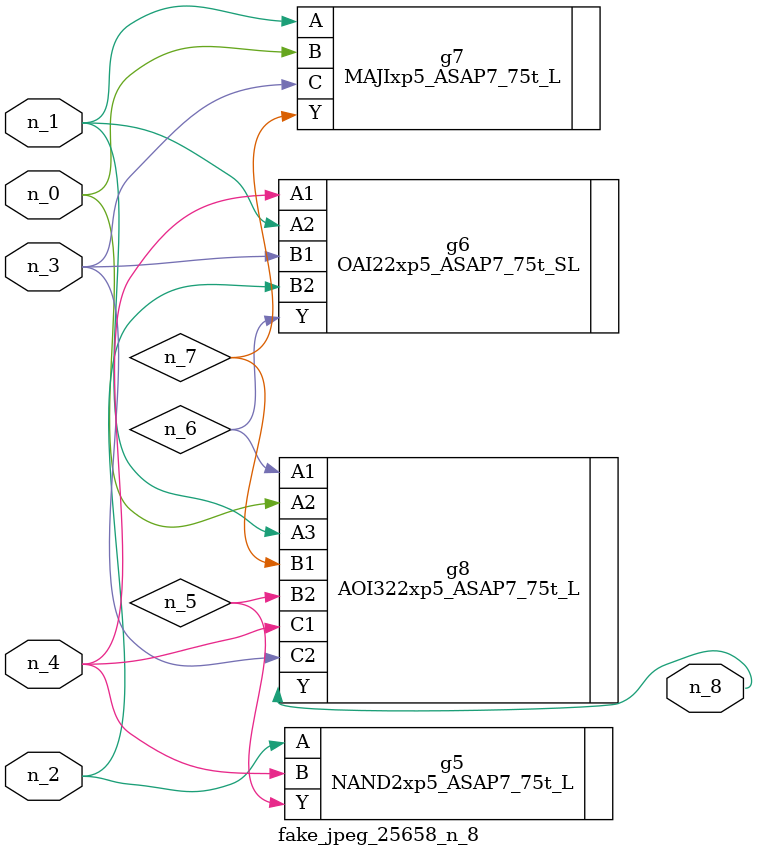
<source format=v>
module fake_jpeg_25658_n_8 (n_3, n_2, n_1, n_0, n_4, n_8);

input n_3;
input n_2;
input n_1;
input n_0;
input n_4;

output n_8;

wire n_6;
wire n_5;
wire n_7;

NAND2xp5_ASAP7_75t_L g5 ( 
.A(n_2),
.B(n_4),
.Y(n_5)
);

OAI22xp5_ASAP7_75t_SL g6 ( 
.A1(n_4),
.A2(n_1),
.B1(n_3),
.B2(n_2),
.Y(n_6)
);

MAJIxp5_ASAP7_75t_L g7 ( 
.A(n_1),
.B(n_0),
.C(n_3),
.Y(n_7)
);

AOI322xp5_ASAP7_75t_L g8 ( 
.A1(n_6),
.A2(n_0),
.A3(n_1),
.B1(n_7),
.B2(n_5),
.C1(n_4),
.C2(n_3),
.Y(n_8)
);


endmodule
</source>
